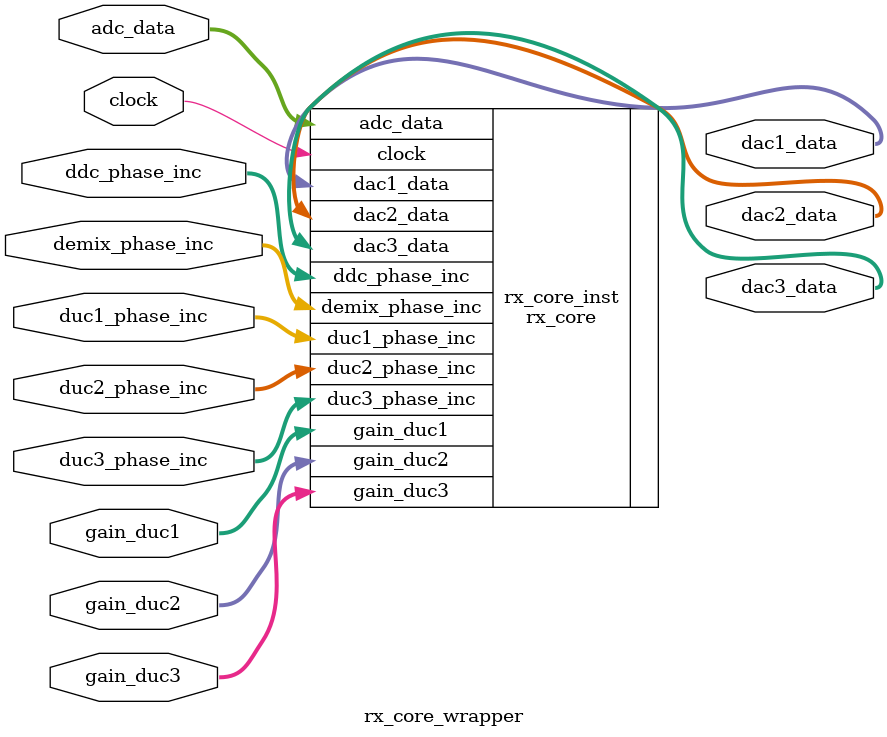
<source format=v>
`timescale 1ns / 1ps

module rx_core_wrapper
  (

    input clock,
    input [16*8-1:0] adc_data,
    input [16-1:0] ddc_phase_inc,
    input [16-1:0] demix_phase_inc,
    input [16-1:0] duc1_phase_inc,
    input [16-1:0] duc2_phase_inc,
    input [16-1:0] duc3_phase_inc,
    input [8-1:0] gain_duc2,
    input [8-1:0] gain_duc3,
    input [8-1:0] gain_duc1,
    output [16*8-1:0] dac1_data,
    output [16*8-1:0] dac2_data,
    output [16*8-1:0] dac3_data
  );

  rx_core rx_core_inst
          (
            .clock(clock),
            .adc_data(adc_data),
            .ddc_phase_inc(ddc_phase_inc),
            .demix_phase_inc(demix_phase_inc),
            .duc1_phase_inc(duc1_phase_inc),
            .duc2_phase_inc(duc2_phase_inc),
            .duc3_phase_inc(duc3_phase_inc),
            .gain_duc1(gain_duc1),
            .gain_duc2(gain_duc2),
            .gain_duc3(gain_duc3),
            .dac1_data(dac1_data),
            .dac2_data(dac2_data),
            .dac3_data(dac3_data)
          );

endmodule

</source>
